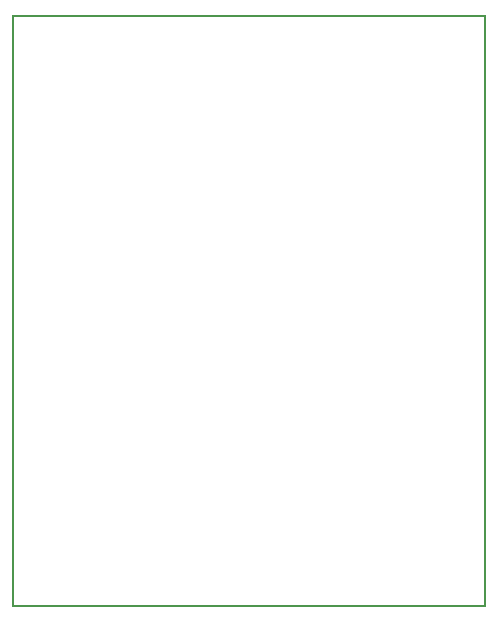
<source format=gm1>
G04 start of page 8 for group 6 idx 6 *
G04 Title: (unknown), outline *
G04 Creator: pcb 20110918 *
G04 CreationDate: Tue 15 Sep 2015 17:39:26 GMT UTC *
G04 For: ksarkies *
G04 Format: Gerber/RS-274X *
G04 PCB-Dimensions: 157480 196850 *
G04 PCB-Coordinate-Origin: lower left *
%MOIN*%
%FSLAX25Y25*%
%LNOUTLINE*%
%ADD143R,0.0060X0.0060*%
G54D143*X0Y196850D02*Y0D01*
Y196850D02*X157480D01*
X0Y0D02*X157480D01*
Y196850D02*Y0D01*
M02*

</source>
